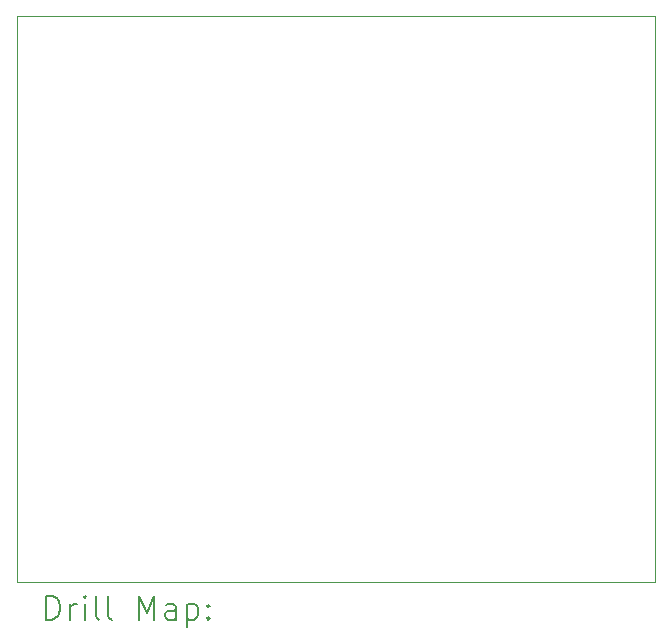
<source format=gbr>
%TF.GenerationSoftware,KiCad,Pcbnew,(6.0.7)*%
%TF.CreationDate,2023-01-24T22:55:52+00:00*%
%TF.ProjectId,CPC464-2MINICAS1,43504334-3634-42d3-924d-494e49434153,rev?*%
%TF.SameCoordinates,Original*%
%TF.FileFunction,Drillmap*%
%TF.FilePolarity,Positive*%
%FSLAX45Y45*%
G04 Gerber Fmt 4.5, Leading zero omitted, Abs format (unit mm)*
G04 Created by KiCad (PCBNEW (6.0.7)) date 2023-01-24 22:55:52*
%MOMM*%
%LPD*%
G01*
G04 APERTURE LIST*
%ADD10C,0.100000*%
%ADD11C,0.200000*%
G04 APERTURE END LIST*
D10*
X8671560Y-8915400D02*
X3266440Y-8915400D01*
X3266440Y-8915400D02*
X3266440Y-4119880D01*
X3266440Y-4119880D02*
X8671560Y-4119880D01*
X8671560Y-4119880D02*
X8671560Y-8915400D01*
D11*
X3519059Y-9230876D02*
X3519059Y-9030876D01*
X3566678Y-9030876D01*
X3595249Y-9040400D01*
X3614297Y-9059448D01*
X3623821Y-9078495D01*
X3633345Y-9116590D01*
X3633345Y-9145162D01*
X3623821Y-9183257D01*
X3614297Y-9202305D01*
X3595249Y-9221352D01*
X3566678Y-9230876D01*
X3519059Y-9230876D01*
X3719059Y-9230876D02*
X3719059Y-9097543D01*
X3719059Y-9135638D02*
X3728583Y-9116590D01*
X3738107Y-9107067D01*
X3757154Y-9097543D01*
X3776202Y-9097543D01*
X3842868Y-9230876D02*
X3842868Y-9097543D01*
X3842868Y-9030876D02*
X3833345Y-9040400D01*
X3842868Y-9049924D01*
X3852392Y-9040400D01*
X3842868Y-9030876D01*
X3842868Y-9049924D01*
X3966678Y-9230876D02*
X3947630Y-9221352D01*
X3938107Y-9202305D01*
X3938107Y-9030876D01*
X4071440Y-9230876D02*
X4052392Y-9221352D01*
X4042868Y-9202305D01*
X4042868Y-9030876D01*
X4300011Y-9230876D02*
X4300011Y-9030876D01*
X4366678Y-9173733D01*
X4433345Y-9030876D01*
X4433345Y-9230876D01*
X4614297Y-9230876D02*
X4614297Y-9126114D01*
X4604773Y-9107067D01*
X4585726Y-9097543D01*
X4547630Y-9097543D01*
X4528583Y-9107067D01*
X4614297Y-9221352D02*
X4595250Y-9230876D01*
X4547630Y-9230876D01*
X4528583Y-9221352D01*
X4519059Y-9202305D01*
X4519059Y-9183257D01*
X4528583Y-9164210D01*
X4547630Y-9154686D01*
X4595250Y-9154686D01*
X4614297Y-9145162D01*
X4709535Y-9097543D02*
X4709535Y-9297543D01*
X4709535Y-9107067D02*
X4728583Y-9097543D01*
X4766678Y-9097543D01*
X4785726Y-9107067D01*
X4795250Y-9116590D01*
X4804773Y-9135638D01*
X4804773Y-9192781D01*
X4795250Y-9211829D01*
X4785726Y-9221352D01*
X4766678Y-9230876D01*
X4728583Y-9230876D01*
X4709535Y-9221352D01*
X4890488Y-9211829D02*
X4900011Y-9221352D01*
X4890488Y-9230876D01*
X4880964Y-9221352D01*
X4890488Y-9211829D01*
X4890488Y-9230876D01*
X4890488Y-9107067D02*
X4900011Y-9116590D01*
X4890488Y-9126114D01*
X4880964Y-9116590D01*
X4890488Y-9107067D01*
X4890488Y-9126114D01*
M02*

</source>
